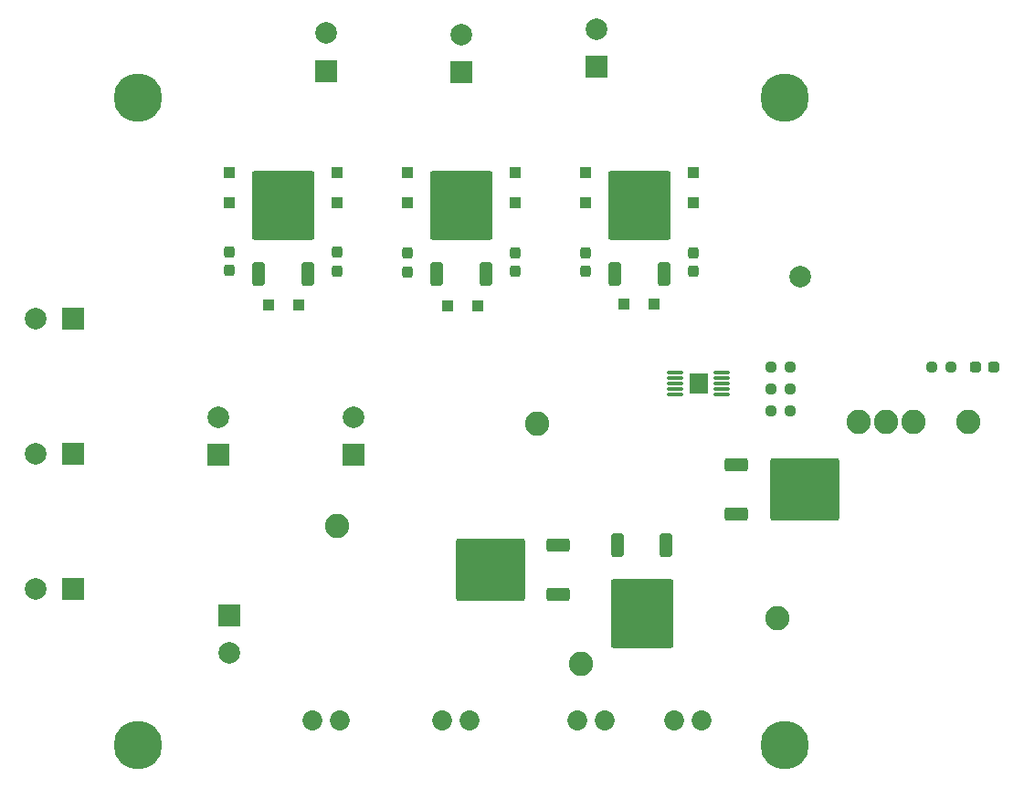
<source format=gbr>
%TF.GenerationSoftware,KiCad,Pcbnew,7.0.1-0*%
%TF.CreationDate,2023-05-23T14:08:40+09:00*%
%TF.ProjectId,Transformation,5472616e-7366-46f7-926d-6174696f6e2e,rev?*%
%TF.SameCoordinates,Original*%
%TF.FileFunction,Soldermask,Top*%
%TF.FilePolarity,Negative*%
%FSLAX46Y46*%
G04 Gerber Fmt 4.6, Leading zero omitted, Abs format (unit mm)*
G04 Created by KiCad (PCBNEW 7.0.1-0) date 2023-05-23 14:08:40*
%MOMM*%
%LPD*%
G01*
G04 APERTURE LIST*
G04 Aperture macros list*
%AMRoundRect*
0 Rectangle with rounded corners*
0 $1 Rounding radius*
0 $2 $3 $4 $5 $6 $7 $8 $9 X,Y pos of 4 corners*
0 Add a 4 corners polygon primitive as box body*
4,1,4,$2,$3,$4,$5,$6,$7,$8,$9,$2,$3,0*
0 Add four circle primitives for the rounded corners*
1,1,$1+$1,$2,$3*
1,1,$1+$1,$4,$5*
1,1,$1+$1,$6,$7*
1,1,$1+$1,$8,$9*
0 Add four rect primitives between the rounded corners*
20,1,$1+$1,$2,$3,$4,$5,0*
20,1,$1+$1,$4,$5,$6,$7,0*
20,1,$1+$1,$6,$7,$8,$9,0*
20,1,$1+$1,$8,$9,$2,$3,0*%
G04 Aperture macros list end*
%ADD10RoundRect,0.237500X0.237500X-0.300000X0.237500X0.300000X-0.237500X0.300000X-0.237500X-0.300000X0*%
%ADD11RoundRect,0.250000X-0.350000X0.850000X-0.350000X-0.850000X0.350000X-0.850000X0.350000X0.850000X0*%
%ADD12RoundRect,0.249997X-2.650003X2.950003X-2.650003X-2.950003X2.650003X-2.950003X2.650003X2.950003X0*%
%ADD13RoundRect,0.237500X0.287500X0.237500X-0.287500X0.237500X-0.287500X-0.237500X0.287500X-0.237500X0*%
%ADD14RoundRect,0.250000X-0.850000X-0.350000X0.850000X-0.350000X0.850000X0.350000X-0.850000X0.350000X0*%
%ADD15RoundRect,0.249997X-2.950003X-2.650003X2.950003X-2.650003X2.950003X2.650003X-2.950003X2.650003X0*%
%ADD16R,2.000000X2.000000*%
%ADD17C,2.000000*%
%ADD18RoundRect,0.250000X0.350000X-0.850000X0.350000X0.850000X-0.350000X0.850000X-0.350000X-0.850000X0*%
%ADD19RoundRect,0.249997X2.650003X-2.950003X2.650003X2.950003X-2.650003X2.950003X-2.650003X-2.950003X0*%
%ADD20C,2.250000*%
%ADD21C,4.500000*%
%ADD22RoundRect,0.250000X0.850000X0.350000X-0.850000X0.350000X-0.850000X-0.350000X0.850000X-0.350000X0*%
%ADD23RoundRect,0.249997X2.950003X2.650003X-2.950003X2.650003X-2.950003X-2.650003X2.950003X-2.650003X0*%
%ADD24RoundRect,0.237500X-0.250000X-0.237500X0.250000X-0.237500X0.250000X0.237500X-0.250000X0.237500X0*%
%ADD25C,1.853200*%
%ADD26RoundRect,0.250000X0.300000X-0.300000X0.300000X0.300000X-0.300000X0.300000X-0.300000X-0.300000X0*%
%ADD27RoundRect,0.237500X0.250000X0.237500X-0.250000X0.237500X-0.250000X-0.237500X0.250000X-0.237500X0*%
%ADD28RoundRect,0.250000X-0.300000X0.300000X-0.300000X-0.300000X0.300000X-0.300000X0.300000X0.300000X0*%
%ADD29RoundRect,0.250000X-0.300000X-0.300000X0.300000X-0.300000X0.300000X0.300000X-0.300000X0.300000X0*%
%ADD30RoundRect,0.075000X0.662500X0.075000X-0.662500X0.075000X-0.662500X-0.075000X0.662500X-0.075000X0*%
%ADD31R,1.730000X1.980000*%
G04 APERTURE END LIST*
D10*
%TO.C,C9*%
X167100492Y-87044344D03*
X167100492Y-85319344D03*
%TD*%
%TO.C,C6*%
X150600492Y-87034344D03*
X150600492Y-85309344D03*
%TD*%
%TO.C,C5*%
X140600492Y-87071844D03*
X140600492Y-85346844D03*
%TD*%
%TO.C,C4*%
X157100492Y-87044344D03*
X157100492Y-85319344D03*
%TD*%
%TO.C,C3*%
X124100492Y-86959344D03*
X124100492Y-85234344D03*
%TD*%
%TO.C,C2*%
X134100492Y-86996844D03*
X134100492Y-85271844D03*
%TD*%
D11*
%TO.C,Q2*%
X164600492Y-112449344D03*
D12*
X162320492Y-118749344D03*
D11*
X160040492Y-112449344D03*
%TD*%
D13*
%TO.C,D10*%
X194975492Y-95949344D03*
X193225492Y-95949344D03*
%TD*%
D14*
%TO.C,Q1*%
X171100492Y-104949344D03*
D15*
X177400492Y-107229344D03*
D14*
X171100492Y-109509344D03*
%TD*%
D16*
%TO.C,C14*%
X109600492Y-116449344D03*
D17*
X106100492Y-116449344D03*
%TD*%
D18*
%TO.C,U3*%
X159820492Y-87259344D03*
D19*
X162100492Y-80959344D03*
D18*
X164380492Y-87259344D03*
%TD*%
D16*
%TO.C,C8*%
X158100492Y-68067021D03*
D17*
X158100492Y-64567021D03*
%TD*%
D18*
%TO.C,U1*%
X126795492Y-87259344D03*
D19*
X129075492Y-80959344D03*
D18*
X131355492Y-87259344D03*
%TD*%
D20*
%TO.C,TP3*%
X152600492Y-101149344D03*
%TD*%
%TO.C,TP4*%
X156700492Y-123449344D03*
%TD*%
%TO.C,TP5*%
X174850492Y-119199344D03*
%TD*%
D21*
%TO.C,REF\u002A\u002A*%
X175600492Y-130949344D03*
%TD*%
D22*
%TO.C,Q3*%
X154600492Y-117009344D03*
D23*
X148300492Y-114729344D03*
D22*
X154600492Y-112449344D03*
%TD*%
D24*
%TO.C,R3*%
X189187992Y-95949344D03*
X191012992Y-95949344D03*
%TD*%
D16*
%TO.C,C15*%
X124100492Y-118949344D03*
D17*
X124100492Y-122449344D03*
%TD*%
D25*
%TO.C,J3*%
X156330492Y-128639344D03*
X158870492Y-128639344D03*
%TD*%
D16*
%TO.C,C7*%
X145600492Y-68567021D03*
D17*
X145600492Y-65067021D03*
%TD*%
D26*
%TO.C,D2*%
X124100492Y-80674344D03*
X124100492Y-77874344D03*
%TD*%
%TO.C,D5*%
X140600492Y-80674344D03*
X140600492Y-77874344D03*
%TD*%
D25*
%TO.C,J4*%
X165330492Y-128639344D03*
X167870492Y-128639344D03*
%TD*%
D27*
%TO.C,R4*%
X176100492Y-97949344D03*
X174275492Y-97949344D03*
%TD*%
D16*
%TO.C,C1*%
X133100492Y-68449344D03*
D17*
X133100492Y-64949344D03*
%TD*%
D25*
%TO.C,J1*%
X131830492Y-128639344D03*
X134370492Y-128639344D03*
%TD*%
D28*
%TO.C,D4*%
X150600492Y-77874344D03*
X150600492Y-80674344D03*
%TD*%
D26*
%TO.C,D3*%
X157100492Y-80674344D03*
X157100492Y-77874344D03*
%TD*%
D25*
%TO.C,J2*%
X143830492Y-128639344D03*
X146370492Y-128639344D03*
%TD*%
D28*
%TO.C,D1*%
X134100492Y-77874344D03*
X134100492Y-80674344D03*
%TD*%
D16*
%TO.C,C11*%
X109600492Y-103949344D03*
D17*
X106100492Y-103949344D03*
%TD*%
D28*
%TO.C,D6*%
X167100492Y-77874344D03*
X167100492Y-80674344D03*
%TD*%
D20*
%TO.C,TP2*%
X134100492Y-110649344D03*
%TD*%
D16*
%TO.C,C13*%
X123100492Y-104067021D03*
D17*
X123100492Y-100567021D03*
%TD*%
D20*
%TO.C,SW1*%
X192600492Y-100949344D03*
X187520492Y-100949344D03*
X184980492Y-100949344D03*
X182440492Y-100949344D03*
%TD*%
D17*
%TO.C,TP1*%
X177000492Y-87549344D03*
%TD*%
D21*
%TO.C,REF\u002A\u002A*%
X115600492Y-130949344D03*
%TD*%
D29*
%TO.C,D7*%
X127700492Y-90134344D03*
X130500492Y-90134344D03*
%TD*%
D18*
%TO.C,U2*%
X143320492Y-87249344D03*
D19*
X145600492Y-80949344D03*
D18*
X147880492Y-87249344D03*
%TD*%
D21*
%TO.C,REF\u002A\u002A*%
X115600492Y-70949344D03*
%TD*%
D29*
%TO.C,D8*%
X144300492Y-90209344D03*
X147100492Y-90209344D03*
%TD*%
D16*
%TO.C,C12*%
X135600492Y-104067021D03*
D17*
X135600492Y-100567021D03*
%TD*%
D27*
%TO.C,R1*%
X176100492Y-99949344D03*
X174275492Y-99949344D03*
%TD*%
D29*
%TO.C,D9*%
X160700492Y-90059344D03*
X163500492Y-90059344D03*
%TD*%
D30*
%TO.C,U4*%
X169762992Y-98449344D03*
X169762992Y-97949344D03*
X169762992Y-97449344D03*
X169762992Y-96949344D03*
X169762992Y-96449344D03*
X165437992Y-96449344D03*
X165437992Y-96949344D03*
X165437992Y-97449344D03*
X165437992Y-97949344D03*
X165437992Y-98449344D03*
D31*
X167600492Y-97449344D03*
%TD*%
D24*
%TO.C,R2*%
X174275492Y-95949344D03*
X176100492Y-95949344D03*
%TD*%
D21*
%TO.C,REF\u002A\u002A*%
X175600492Y-70949344D03*
%TD*%
D16*
%TO.C,C10*%
X109600492Y-91449344D03*
D17*
X106100492Y-91449344D03*
%TD*%
M02*

</source>
